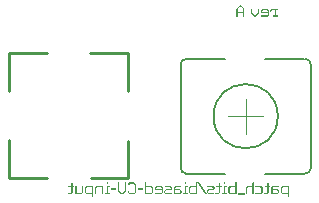
<source format=gbr>
%TF.GenerationSoftware,KiCad,Pcbnew,9.0.3*%
%TF.CreationDate,2025-07-12T05:08:50-07:00*%
%TF.ProjectId,biased-CV-input,62696173-6564-42d4-9356-2d696e707574,rev?*%
%TF.SameCoordinates,Original*%
%TF.FileFunction,Legend,Bot*%
%TF.FilePolarity,Positive*%
%FSLAX46Y46*%
G04 Gerber Fmt 4.6, Leading zero omitted, Abs format (unit mm)*
G04 Created by KiCad (PCBNEW 9.0.3) date 2025-07-12 05:08:50*
%MOMM*%
%LPD*%
G01*
G04 APERTURE LIST*
%ADD10C,0.150000*%
%ADD11C,0.254000*%
%ADD12C,0.127000*%
%ADD13C,0.120000*%
G04 APERTURE END LIST*
D10*
G36*
X128288869Y-61580000D02*
G01*
X128722644Y-61580000D01*
X128722644Y-61470884D01*
X128581960Y-61470884D01*
X128581960Y-60989603D01*
X128722644Y-60989603D01*
X128722644Y-60880488D01*
X128187997Y-60880488D01*
X128046580Y-61021782D01*
X128046580Y-61146285D01*
X128158565Y-61146285D01*
X128158565Y-61067944D01*
X128237028Y-60989603D01*
X128469975Y-60989603D01*
X128469975Y-61470884D01*
X128288869Y-61470884D01*
X128288869Y-61580000D01*
G37*
G36*
X127962561Y-61021477D02*
G01*
X127962561Y-61438400D01*
X127821205Y-61580000D01*
X127305059Y-61580000D01*
X127305059Y-61470884D01*
X127772234Y-61470884D01*
X127850575Y-61391749D01*
X127850575Y-61283000D01*
X127263049Y-61283000D01*
X127263049Y-61067212D01*
X127375034Y-61067212D01*
X127375034Y-61173885D01*
X127850575Y-61173885D01*
X127850575Y-61067212D01*
X127772234Y-60989603D01*
X127453375Y-60989603D01*
X127375034Y-61067212D01*
X127263049Y-61067212D01*
X127263049Y-61021477D01*
X127404405Y-60880488D01*
X127821205Y-60880488D01*
X127962561Y-61021477D01*
G37*
G36*
X126459002Y-60880488D02*
G01*
X126459002Y-61297411D01*
X126741652Y-61580000D01*
X126875863Y-61580000D01*
X127158513Y-61297411D01*
X127158513Y-60880488D01*
X127046528Y-60880488D01*
X127046528Y-61251249D01*
X126826953Y-61470884D01*
X126790561Y-61470884D01*
X126570987Y-61251249D01*
X126570987Y-60880488D01*
X126459002Y-60880488D01*
G37*
G36*
X125900174Y-60882564D02*
G01*
X125900174Y-61580000D01*
X125788189Y-61580000D01*
X125788189Y-61282695D01*
X125312648Y-61282695D01*
X125312648Y-61580000D01*
X125200662Y-61580000D01*
X125200662Y-60928970D01*
X125312648Y-60928970D01*
X125312648Y-61173579D01*
X125788189Y-61173579D01*
X125788189Y-60928970D01*
X125568614Y-60708236D01*
X125532222Y-60708236D01*
X125312648Y-60928970D01*
X125200662Y-60928970D01*
X125200662Y-60882564D01*
X125483312Y-60599120D01*
X125617524Y-60599120D01*
X125900174Y-60882564D01*
G37*
G36*
X129667934Y-76861367D02*
G01*
X129555949Y-76861367D01*
X129555949Y-76580000D01*
X129109778Y-76580000D01*
X128968422Y-76438705D01*
X128968422Y-76067944D01*
X129080408Y-76067944D01*
X129080408Y-76392543D01*
X129158749Y-76470884D01*
X129555949Y-76470884D01*
X129555949Y-75989603D01*
X129158749Y-75989603D01*
X129080408Y-76067944D01*
X128968422Y-76067944D01*
X128968422Y-76021782D01*
X129109778Y-75880488D01*
X129667934Y-75880488D01*
X129667934Y-76861367D01*
G37*
G36*
X128818946Y-75989603D02*
G01*
X128351770Y-75989603D01*
X128273429Y-76068372D01*
X128273429Y-76169672D01*
X128719600Y-76169672D01*
X128860956Y-76310783D01*
X128860956Y-76438888D01*
X128719600Y-76580000D01*
X128161444Y-76580000D01*
X128161444Y-76470884D01*
X128273429Y-76470884D01*
X128670629Y-76470884D01*
X128748970Y-76392909D01*
X128748970Y-76356762D01*
X128670629Y-76278787D01*
X128273429Y-76278787D01*
X128273429Y-76470884D01*
X128161444Y-76470884D01*
X128161444Y-76021966D01*
X128302800Y-75880488D01*
X128818946Y-75880488D01*
X128818946Y-75989603D01*
G37*
G36*
X127535205Y-76580000D02*
G01*
X127810101Y-76580000D01*
X127951395Y-76438705D01*
X127951395Y-75989603D01*
X128092079Y-75989603D01*
X128092079Y-75880488D01*
X127951395Y-75880488D01*
X127951395Y-75663600D01*
X127839410Y-75663600D01*
X127839410Y-75880488D01*
X127607501Y-75880488D01*
X127607501Y-75989603D01*
X127839410Y-75989603D01*
X127839410Y-76392543D01*
X127761191Y-76470884D01*
X127535205Y-76470884D01*
X127535205Y-76580000D01*
G37*
G36*
X126815177Y-76580000D02*
G01*
X127302991Y-76580000D01*
X127444347Y-76438705D01*
X127444347Y-76021782D01*
X127302991Y-75880488D01*
X126815177Y-75880488D01*
X126815177Y-75989603D01*
X127254082Y-75989603D01*
X127332362Y-76067944D01*
X127332362Y-76392543D01*
X127254082Y-76470884D01*
X126815177Y-76470884D01*
X126815177Y-76580000D01*
G37*
G36*
X125990614Y-76580000D02*
G01*
X126102599Y-76580000D01*
X126102599Y-76067944D01*
X126180940Y-75989603D01*
X126578140Y-75989603D01*
X126578140Y-76580000D01*
X126690125Y-76580000D01*
X126690125Y-75599120D01*
X126578140Y-75599120D01*
X126578140Y-75880488D01*
X126131969Y-75880488D01*
X125990614Y-76021782D01*
X125990614Y-76580000D01*
G37*
G36*
X125316503Y-76634710D02*
G01*
X125918318Y-76634710D01*
X125918318Y-76525594D01*
X125316503Y-76525594D01*
X125316503Y-76634710D01*
G37*
G36*
X125234438Y-76580000D02*
G01*
X124676282Y-76580000D01*
X124534926Y-76438705D01*
X124534926Y-76067944D01*
X124646912Y-76067944D01*
X124646912Y-76392543D01*
X124725252Y-76470884D01*
X125122452Y-76470884D01*
X125122452Y-75989603D01*
X124725252Y-75989603D01*
X124646912Y-76067944D01*
X124534926Y-76067944D01*
X124534926Y-76021782D01*
X124676282Y-75880488D01*
X125122452Y-75880488D01*
X125122452Y-75599120D01*
X125234438Y-75599120D01*
X125234438Y-76580000D01*
G37*
G36*
X123993684Y-76580000D02*
G01*
X124443091Y-76580000D01*
X124443091Y-76470884D01*
X124275052Y-76470884D01*
X124275052Y-75989603D01*
X124443091Y-75989603D01*
X124443091Y-75880488D01*
X124163066Y-75880488D01*
X124163066Y-76470884D01*
X123993684Y-76470884D01*
X123993684Y-76580000D01*
G37*
G36*
X124163066Y-75712449D02*
G01*
X124275052Y-75712449D01*
X124275052Y-75599120D01*
X124163066Y-75599120D01*
X124163066Y-75712449D01*
G37*
G36*
X123437787Y-76580000D02*
G01*
X123712683Y-76580000D01*
X123853977Y-76438705D01*
X123853977Y-75989603D01*
X123994661Y-75989603D01*
X123994661Y-75880488D01*
X123853977Y-75880488D01*
X123853977Y-75663600D01*
X123741992Y-75663600D01*
X123741992Y-75880488D01*
X123510083Y-75880488D01*
X123510083Y-75989603D01*
X123741992Y-75989603D01*
X123741992Y-76392543D01*
X123663773Y-76470884D01*
X123437787Y-76470884D01*
X123437787Y-76580000D01*
G37*
G36*
X122829195Y-76580000D02*
G01*
X123352486Y-76580000D01*
X123352486Y-76470884D01*
X122878166Y-76470884D01*
X122799825Y-76391749D01*
X122799825Y-76362135D01*
X122878166Y-76283000D01*
X123225113Y-76283000D01*
X123366468Y-76142011D01*
X123366468Y-76021477D01*
X123225113Y-75880488D01*
X122715867Y-75880488D01*
X122715867Y-75989603D01*
X123176142Y-75989603D01*
X123254483Y-76067212D01*
X123254483Y-76096277D01*
X123176142Y-76173885D01*
X122829195Y-76173885D01*
X122687840Y-76315484D01*
X122687840Y-76438400D01*
X122829195Y-76580000D01*
G37*
G36*
X122593257Y-76580000D02*
G01*
X122736017Y-76580000D01*
X122036017Y-75599120D01*
X121893257Y-75599120D01*
X122593257Y-76580000D01*
G37*
G36*
X121901011Y-76580000D02*
G01*
X121342855Y-76580000D01*
X121201500Y-76438705D01*
X121201500Y-76067944D01*
X121313485Y-76067944D01*
X121313485Y-76392543D01*
X121391826Y-76470884D01*
X121789026Y-76470884D01*
X121789026Y-75989603D01*
X121391826Y-75989603D01*
X121313485Y-76067944D01*
X121201500Y-76067944D01*
X121201500Y-76021782D01*
X121342855Y-75880488D01*
X121789026Y-75880488D01*
X121789026Y-75599120D01*
X121901011Y-75599120D01*
X121901011Y-76580000D01*
G37*
G36*
X120660258Y-76580000D02*
G01*
X121109665Y-76580000D01*
X121109665Y-76470884D01*
X120941625Y-76470884D01*
X120941625Y-75989603D01*
X121109665Y-75989603D01*
X121109665Y-75880488D01*
X120829640Y-75880488D01*
X120829640Y-76470884D01*
X120660258Y-76470884D01*
X120660258Y-76580000D01*
G37*
G36*
X120829640Y-75712449D02*
G01*
X120941625Y-75712449D01*
X120941625Y-75599120D01*
X120829640Y-75599120D01*
X120829640Y-75712449D01*
G37*
G36*
X120548883Y-75989603D02*
G01*
X120081707Y-75989603D01*
X120003367Y-76068372D01*
X120003367Y-76169672D01*
X120449537Y-76169672D01*
X120590893Y-76310783D01*
X120590893Y-76438888D01*
X120449537Y-76580000D01*
X119891381Y-76580000D01*
X119891381Y-76470884D01*
X120003367Y-76470884D01*
X120400566Y-76470884D01*
X120478907Y-76392909D01*
X120478907Y-76356762D01*
X120400566Y-76278787D01*
X120003367Y-76278787D01*
X120003367Y-76470884D01*
X119891381Y-76470884D01*
X119891381Y-76021966D01*
X120032737Y-75880488D01*
X120548883Y-75880488D01*
X120548883Y-75989603D01*
G37*
G36*
X119241756Y-76580000D02*
G01*
X119765047Y-76580000D01*
X119765047Y-76470884D01*
X119290727Y-76470884D01*
X119212386Y-76391749D01*
X119212386Y-76362135D01*
X119290727Y-76283000D01*
X119637674Y-76283000D01*
X119779030Y-76142011D01*
X119779030Y-76021477D01*
X119637674Y-75880488D01*
X119128428Y-75880488D01*
X119128428Y-75989603D01*
X119588703Y-75989603D01*
X119667044Y-76067212D01*
X119667044Y-76096277D01*
X119588703Y-76173885D01*
X119241756Y-76173885D01*
X119100401Y-76315484D01*
X119100401Y-76438400D01*
X119241756Y-76580000D01*
G37*
G36*
X118996475Y-76021477D02*
G01*
X118996475Y-76438400D01*
X118855120Y-76580000D01*
X118338974Y-76580000D01*
X118338974Y-76470884D01*
X118806149Y-76470884D01*
X118884490Y-76391749D01*
X118884490Y-76283000D01*
X118296964Y-76283000D01*
X118296964Y-76067212D01*
X118408949Y-76067212D01*
X118408949Y-76173885D01*
X118884490Y-76173885D01*
X118884490Y-76067212D01*
X118806149Y-75989603D01*
X118487290Y-75989603D01*
X118408949Y-76067212D01*
X118296964Y-76067212D01*
X118296964Y-76021477D01*
X118438319Y-75880488D01*
X118855120Y-75880488D01*
X118996475Y-76021477D01*
G37*
G36*
X117597086Y-75880488D02*
G01*
X118043257Y-75880488D01*
X118184612Y-76021782D01*
X118184612Y-76438705D01*
X118043257Y-76580000D01*
X117485101Y-76580000D01*
X117485101Y-76470884D01*
X117597086Y-76470884D01*
X117994286Y-76470884D01*
X118072627Y-76392543D01*
X118072627Y-76067944D01*
X117994286Y-75989603D01*
X117597086Y-75989603D01*
X117597086Y-76470884D01*
X117485101Y-76470884D01*
X117485101Y-75599120D01*
X117597086Y-75599120D01*
X117597086Y-75880488D01*
G37*
G36*
X116893056Y-76216566D02*
G01*
X117311200Y-76216566D01*
X117311200Y-76107451D01*
X116893056Y-76107451D01*
X116893056Y-76216566D01*
G37*
G36*
X116159045Y-76580000D02*
G01*
X116575846Y-76580000D01*
X116717201Y-76438644D01*
X116717201Y-75740476D01*
X116575846Y-75599120D01*
X116159045Y-75599120D01*
X116017690Y-75740476D01*
X116017690Y-75859605D01*
X116129675Y-75859605D01*
X116129675Y-75786699D01*
X116208016Y-75708236D01*
X116526875Y-75708236D01*
X116605216Y-75786699D01*
X116605216Y-76392360D01*
X116526875Y-76470884D01*
X116208016Y-76470884D01*
X116129675Y-76392360D01*
X116129675Y-76319453D01*
X116017690Y-76319453D01*
X116017690Y-76438644D01*
X116159045Y-76580000D01*
G37*
G36*
X115171632Y-75599120D02*
G01*
X115171632Y-76297105D01*
X115454282Y-76580000D01*
X115588494Y-76580000D01*
X115871144Y-76297105D01*
X115871144Y-75599120D01*
X115759159Y-75599120D01*
X115759159Y-76250821D01*
X115539584Y-76470884D01*
X115503192Y-76470884D01*
X115283618Y-76250821D01*
X115283618Y-75599120D01*
X115171632Y-75599120D01*
G37*
G36*
X114577634Y-76216566D02*
G01*
X114995778Y-76216566D01*
X114995778Y-76107451D01*
X114577634Y-76107451D01*
X114577634Y-76216566D01*
G37*
G36*
X114061793Y-76580000D02*
G01*
X114511200Y-76580000D01*
X114511200Y-76470884D01*
X114343161Y-76470884D01*
X114343161Y-75989603D01*
X114511200Y-75989603D01*
X114511200Y-75880488D01*
X114231175Y-75880488D01*
X114231175Y-76470884D01*
X114061793Y-76470884D01*
X114061793Y-76580000D01*
G37*
G36*
X114231175Y-75712449D02*
G01*
X114343161Y-75712449D01*
X114343161Y-75599120D01*
X114231175Y-75599120D01*
X114231175Y-75712449D01*
G37*
G36*
X113253838Y-76580000D02*
G01*
X113365823Y-76580000D01*
X113365823Y-76067944D01*
X113444164Y-75989603D01*
X113841364Y-75989603D01*
X113841364Y-76580000D01*
X113953349Y-76580000D01*
X113953349Y-75880488D01*
X113395193Y-75880488D01*
X113253838Y-76021782D01*
X113253838Y-76580000D01*
G37*
G36*
X113099476Y-76861367D02*
G01*
X112987491Y-76861367D01*
X112987491Y-76580000D01*
X112541320Y-76580000D01*
X112399965Y-76438705D01*
X112399965Y-76067944D01*
X112511950Y-76067944D01*
X112511950Y-76392543D01*
X112590291Y-76470884D01*
X112987491Y-76470884D01*
X112987491Y-75989603D01*
X112590291Y-75989603D01*
X112511950Y-76067944D01*
X112399965Y-76067944D01*
X112399965Y-76021782D01*
X112541320Y-75880488D01*
X113099476Y-75880488D01*
X113099476Y-76861367D01*
G37*
G36*
X111565631Y-76580000D02*
G01*
X112123787Y-76580000D01*
X112265143Y-76438705D01*
X112265143Y-75880488D01*
X112153157Y-75880488D01*
X112153157Y-76392543D01*
X112074816Y-76470884D01*
X111677616Y-76470884D01*
X111677616Y-75880488D01*
X111565631Y-75880488D01*
X111565631Y-76580000D01*
G37*
G36*
X110924738Y-76580000D02*
G01*
X111199633Y-76580000D01*
X111340928Y-76438705D01*
X111340928Y-75989603D01*
X111481612Y-75989603D01*
X111481612Y-75880488D01*
X111340928Y-75880488D01*
X111340928Y-75663600D01*
X111228942Y-75663600D01*
X111228942Y-75880488D01*
X110997034Y-75880488D01*
X110997034Y-75989603D01*
X111228942Y-75989603D01*
X111228942Y-76392543D01*
X111150724Y-76470884D01*
X110924738Y-76470884D01*
X110924738Y-76580000D01*
G37*
D11*
%TO.C,J1*%
X105970800Y-75223000D02*
X105970800Y-72048000D01*
X105996200Y-64682000D02*
X109171200Y-64682000D01*
X105996200Y-67857000D02*
X105996200Y-64682000D01*
X109145800Y-75223000D02*
X105970800Y-75223000D01*
X112854200Y-64682000D02*
X116029200Y-64682000D01*
X116029200Y-64682000D02*
X116029200Y-67857000D01*
X116054600Y-72073400D02*
X116054600Y-75248400D01*
X116054600Y-75248400D02*
X112879600Y-75248400D01*
D12*
%TO.C,RV2*%
X120500000Y-74410000D02*
X120500000Y-65590000D01*
X124272800Y-65150000D02*
X120940000Y-65150000D01*
X124272800Y-74850000D02*
X120940000Y-74850000D01*
D13*
X124500000Y-70000000D02*
X127500000Y-70000000D01*
X126000000Y-71500000D02*
X126000000Y-68500000D01*
D12*
X130950000Y-65150000D02*
X127676400Y-65150000D01*
X130950000Y-74850000D02*
X127676400Y-74850000D01*
X131500000Y-65590000D02*
X131500000Y-74410000D01*
X120500000Y-65590000D02*
G75*
G02*
X120949982Y-65150113I440000J0D01*
G01*
X120940000Y-74850000D02*
G75*
G02*
X120500112Y-74400018I-2J439999D01*
G01*
D10*
X128717919Y-70000000D02*
G75*
G02*
X123282081Y-70000000I-2717919J0D01*
G01*
X123282081Y-70000000D02*
G75*
G02*
X128717919Y-70000000I2717919J0D01*
G01*
D12*
X131060000Y-65150000D02*
G75*
G02*
X131499887Y-65599982I0J-440000D01*
G01*
X131500000Y-74410000D02*
G75*
G02*
X131050018Y-74849888I-439999J-2D01*
G01*
%TD*%
%LPC*%
G36*
X126322013Y-73060758D02*
G01*
X126526693Y-73127262D01*
X126718450Y-73224967D01*
X126892561Y-73351466D01*
X127044740Y-73503645D01*
X127171239Y-73677756D01*
X127268944Y-73869513D01*
X127335448Y-74074193D01*
X127369115Y-74286756D01*
X127369115Y-74501970D01*
X127335448Y-74714533D01*
X127268944Y-74919213D01*
X127171239Y-75110970D01*
X127044740Y-75285081D01*
X126892561Y-75437260D01*
X126718450Y-75563759D01*
X126526693Y-75661464D01*
X126322013Y-75727968D01*
X126109450Y-75761635D01*
X125894236Y-75761635D01*
X125681673Y-75727968D01*
X125476993Y-75661464D01*
X125285236Y-75563759D01*
X125111125Y-75437260D01*
X124958946Y-75285081D01*
X124832447Y-75110970D01*
X124734742Y-74919213D01*
X124668238Y-74714533D01*
X124634571Y-74501970D01*
X124634571Y-74286756D01*
X124668238Y-74074193D01*
X124734742Y-73869513D01*
X124832447Y-73677756D01*
X124958946Y-73503645D01*
X125111125Y-73351466D01*
X125285236Y-73224967D01*
X125476993Y-73127262D01*
X125681673Y-73060758D01*
X125894236Y-73027091D01*
X126109450Y-73027091D01*
X126322013Y-73060758D01*
G37*
G36*
X111291214Y-73246997D02*
G01*
X111472905Y-73322257D01*
X111636423Y-73431516D01*
X111775484Y-73570577D01*
X111884743Y-73734095D01*
X111960003Y-73915786D01*
X111998369Y-74108669D01*
X111998369Y-74305331D01*
X111960003Y-74498214D01*
X111884743Y-74679905D01*
X111775484Y-74843423D01*
X111636423Y-74982484D01*
X111472905Y-75091743D01*
X111291214Y-75167003D01*
X111098331Y-75205369D01*
X110901669Y-75205369D01*
X110708786Y-75167003D01*
X110527095Y-75091743D01*
X110363577Y-74982484D01*
X110224516Y-74843423D01*
X110115257Y-74679905D01*
X110039997Y-74498214D01*
X110001631Y-74305331D01*
X110001631Y-74108669D01*
X110039997Y-73915786D01*
X110115257Y-73734095D01*
X110224516Y-73570577D01*
X110363577Y-73431516D01*
X110527095Y-73322257D01*
X110708786Y-73246997D01*
X110901669Y-73208631D01*
X111098331Y-73208631D01*
X111291214Y-73246997D01*
G37*
G36*
X133285024Y-71640926D02*
G01*
X133455215Y-71711422D01*
X133608382Y-71813765D01*
X133738641Y-71944024D01*
X133840984Y-72097191D01*
X133911480Y-72267382D01*
X133947418Y-72448056D01*
X133947418Y-72632270D01*
X133911480Y-72812944D01*
X133840984Y-72983135D01*
X133738641Y-73136302D01*
X133608382Y-73266561D01*
X133455215Y-73368904D01*
X133285024Y-73439400D01*
X133104350Y-73475338D01*
X132920136Y-73475338D01*
X132739462Y-73439400D01*
X132569271Y-73368904D01*
X132416104Y-73266561D01*
X132285845Y-73136302D01*
X132183502Y-72983135D01*
X132113006Y-72812944D01*
X132077068Y-72632270D01*
X132077068Y-72448056D01*
X132113006Y-72267382D01*
X132183502Y-72097191D01*
X132285845Y-71944024D01*
X132416104Y-71813765D01*
X132569271Y-71711422D01*
X132739462Y-71640926D01*
X132920136Y-71604988D01*
X133104350Y-71604988D01*
X133285024Y-71640926D01*
G37*
G36*
X133285024Y-69100926D02*
G01*
X133455215Y-69171422D01*
X133608382Y-69273765D01*
X133738641Y-69404024D01*
X133840984Y-69557191D01*
X133911480Y-69727382D01*
X133947418Y-69908056D01*
X133947418Y-70092270D01*
X133911480Y-70272944D01*
X133840984Y-70443135D01*
X133738641Y-70596302D01*
X133608382Y-70726561D01*
X133455215Y-70828904D01*
X133285024Y-70899400D01*
X133104350Y-70935338D01*
X132920136Y-70935338D01*
X132739462Y-70899400D01*
X132569271Y-70828904D01*
X132416104Y-70726561D01*
X132285845Y-70596302D01*
X132183502Y-70443135D01*
X132113006Y-70272944D01*
X132077068Y-70092270D01*
X132077068Y-69908056D01*
X132113006Y-69727382D01*
X132183502Y-69557191D01*
X132285845Y-69404024D01*
X132416104Y-69273765D01*
X132569271Y-69171422D01*
X132739462Y-69100926D01*
X132920136Y-69064988D01*
X133104350Y-69064988D01*
X133285024Y-69100926D01*
G37*
G36*
X133285024Y-66560926D02*
G01*
X133455215Y-66631422D01*
X133608382Y-66733765D01*
X133738641Y-66864024D01*
X133840984Y-67017191D01*
X133911480Y-67187382D01*
X133947418Y-67368056D01*
X133947418Y-67552270D01*
X133911480Y-67732944D01*
X133840984Y-67903135D01*
X133738641Y-68056302D01*
X133608382Y-68186561D01*
X133455215Y-68288904D01*
X133285024Y-68359400D01*
X133104350Y-68395338D01*
X132920136Y-68395338D01*
X132739462Y-68359400D01*
X132569271Y-68288904D01*
X132416104Y-68186561D01*
X132285845Y-68056302D01*
X132183502Y-67903135D01*
X132113006Y-67732944D01*
X132077068Y-67552270D01*
X132077068Y-67368056D01*
X132113006Y-67187382D01*
X132183502Y-67017191D01*
X132285845Y-66864024D01*
X132416104Y-66733765D01*
X132569271Y-66631422D01*
X132739462Y-66560926D01*
X132920136Y-66524988D01*
X133104350Y-66524988D01*
X133285024Y-66560926D01*
G37*
G36*
X126322013Y-64272358D02*
G01*
X126526693Y-64338862D01*
X126718450Y-64436567D01*
X126892561Y-64563066D01*
X127044740Y-64715245D01*
X127171239Y-64889356D01*
X127268944Y-65081113D01*
X127335448Y-65285793D01*
X127369115Y-65498356D01*
X127369115Y-65713570D01*
X127335448Y-65926133D01*
X127268944Y-66130813D01*
X127171239Y-66322570D01*
X127044740Y-66496681D01*
X126892561Y-66648860D01*
X126718450Y-66775359D01*
X126526693Y-66873064D01*
X126322013Y-66939568D01*
X126109450Y-66973235D01*
X125894236Y-66973235D01*
X125681673Y-66939568D01*
X125476993Y-66873064D01*
X125285236Y-66775359D01*
X125111125Y-66648860D01*
X124958946Y-66496681D01*
X124832447Y-66322570D01*
X124734742Y-66130813D01*
X124668238Y-65926133D01*
X124634571Y-65713570D01*
X124634571Y-65498356D01*
X124668238Y-65285793D01*
X124734742Y-65081113D01*
X124832447Y-64889356D01*
X124958946Y-64715245D01*
X125111125Y-64563066D01*
X125285236Y-64436567D01*
X125476993Y-64338862D01*
X125681673Y-64272358D01*
X125894236Y-64238691D01*
X126109450Y-64238691D01*
X126322013Y-64272358D01*
G37*
G36*
X111291214Y-64687197D02*
G01*
X111472905Y-64762457D01*
X111636423Y-64871716D01*
X111775484Y-65010777D01*
X111884743Y-65174295D01*
X111960003Y-65355986D01*
X111998369Y-65548869D01*
X111998369Y-65745531D01*
X111960003Y-65938414D01*
X111884743Y-66120105D01*
X111775484Y-66283623D01*
X111636423Y-66422684D01*
X111472905Y-66531943D01*
X111291214Y-66607203D01*
X111098331Y-66645569D01*
X110901669Y-66645569D01*
X110708786Y-66607203D01*
X110527095Y-66531943D01*
X110363577Y-66422684D01*
X110224516Y-66283623D01*
X110115257Y-66120105D01*
X110039997Y-65938414D01*
X110001631Y-65745531D01*
X110001631Y-65548869D01*
X110039997Y-65355986D01*
X110115257Y-65174295D01*
X110224516Y-65010777D01*
X110363577Y-64871716D01*
X110527095Y-64762457D01*
X110708786Y-64687197D01*
X110901669Y-64648831D01*
X111098331Y-64648831D01*
X111291214Y-64687197D01*
G37*
G36*
X111291214Y-62274197D02*
G01*
X111472905Y-62349457D01*
X111636423Y-62458716D01*
X111775484Y-62597777D01*
X111884743Y-62761295D01*
X111960003Y-62942986D01*
X111998369Y-63135869D01*
X111998369Y-63332531D01*
X111960003Y-63525414D01*
X111884743Y-63707105D01*
X111775484Y-63870623D01*
X111636423Y-64009684D01*
X111472905Y-64118943D01*
X111291214Y-64194203D01*
X111098331Y-64232569D01*
X110901669Y-64232569D01*
X110708786Y-64194203D01*
X110527095Y-64118943D01*
X110363577Y-64009684D01*
X110224516Y-63870623D01*
X110115257Y-63707105D01*
X110039997Y-63525414D01*
X110001631Y-63332531D01*
X110001631Y-63135869D01*
X110039997Y-62942986D01*
X110115257Y-62761295D01*
X110224516Y-62597777D01*
X110363577Y-62458716D01*
X110527095Y-62349457D01*
X110708786Y-62274197D01*
X110901669Y-62235831D01*
X111098331Y-62235831D01*
X111291214Y-62274197D01*
G37*
G36*
X122784542Y-61114893D02*
G01*
X122796870Y-61123130D01*
X122805107Y-61135458D01*
X122808000Y-61150000D01*
X122808000Y-62850000D01*
X122805107Y-62864542D01*
X122796870Y-62876870D01*
X122784542Y-62885107D01*
X122770000Y-62888000D01*
X121070000Y-62888000D01*
X121055458Y-62885107D01*
X121043130Y-62876870D01*
X121034893Y-62864542D01*
X121032000Y-62850000D01*
X121032000Y-61150000D01*
X121034893Y-61135458D01*
X121043130Y-61123130D01*
X121055458Y-61114893D01*
X121070000Y-61112000D01*
X122770000Y-61112000D01*
X122784542Y-61114893D01*
G37*
G36*
X114557773Y-61150237D02*
G01*
X114718600Y-61216854D01*
X114863341Y-61313567D01*
X114986433Y-61436659D01*
X115083146Y-61581400D01*
X115149763Y-61742227D01*
X115183724Y-61912961D01*
X115183724Y-62087039D01*
X115149763Y-62257773D01*
X115083146Y-62418600D01*
X114986433Y-62563341D01*
X114863341Y-62686433D01*
X114718600Y-62783146D01*
X114557773Y-62849763D01*
X114387039Y-62883724D01*
X114212961Y-62883724D01*
X114042227Y-62849763D01*
X113881400Y-62783146D01*
X113736659Y-62686433D01*
X113613567Y-62563341D01*
X113516854Y-62418600D01*
X113450237Y-62257773D01*
X113416276Y-62087039D01*
X113416276Y-61912961D01*
X113450237Y-61742227D01*
X113516854Y-61581400D01*
X113613567Y-61436659D01*
X113736659Y-61313567D01*
X113881400Y-61216854D01*
X114042227Y-61150237D01*
X114212961Y-61116276D01*
X114387039Y-61116276D01*
X114557773Y-61150237D01*
G37*
G36*
X117097773Y-61150237D02*
G01*
X117258600Y-61216854D01*
X117403341Y-61313567D01*
X117526433Y-61436659D01*
X117623146Y-61581400D01*
X117689763Y-61742227D01*
X117723724Y-61912961D01*
X117723724Y-62087039D01*
X117689763Y-62257773D01*
X117623146Y-62418600D01*
X117526433Y-62563341D01*
X117403341Y-62686433D01*
X117258600Y-62783146D01*
X117097773Y-62849763D01*
X116927039Y-62883724D01*
X116752961Y-62883724D01*
X116582227Y-62849763D01*
X116421400Y-62783146D01*
X116276659Y-62686433D01*
X116153567Y-62563341D01*
X116056854Y-62418600D01*
X115990237Y-62257773D01*
X115956276Y-62087039D01*
X115956276Y-61912961D01*
X115990237Y-61742227D01*
X116056854Y-61581400D01*
X116153567Y-61436659D01*
X116276659Y-61313567D01*
X116421400Y-61216854D01*
X116582227Y-61150237D01*
X116752961Y-61116276D01*
X116927039Y-61116276D01*
X117097773Y-61150237D01*
G37*
G36*
X119637773Y-61150237D02*
G01*
X119798600Y-61216854D01*
X119943341Y-61313567D01*
X120066433Y-61436659D01*
X120163146Y-61581400D01*
X120229763Y-61742227D01*
X120263724Y-61912961D01*
X120263724Y-62087039D01*
X120229763Y-62257773D01*
X120163146Y-62418600D01*
X120066433Y-62563341D01*
X119943341Y-62686433D01*
X119798600Y-62783146D01*
X119637773Y-62849763D01*
X119467039Y-62883724D01*
X119292961Y-62883724D01*
X119122227Y-62849763D01*
X118961400Y-62783146D01*
X118816659Y-62686433D01*
X118693567Y-62563341D01*
X118596854Y-62418600D01*
X118530237Y-62257773D01*
X118496276Y-62087039D01*
X118496276Y-61912961D01*
X118530237Y-61742227D01*
X118596854Y-61581400D01*
X118693567Y-61436659D01*
X118816659Y-61313567D01*
X118961400Y-61216854D01*
X119122227Y-61150237D01*
X119292961Y-61116276D01*
X119467039Y-61116276D01*
X119637773Y-61150237D01*
G37*
%LPD*%
M02*

</source>
